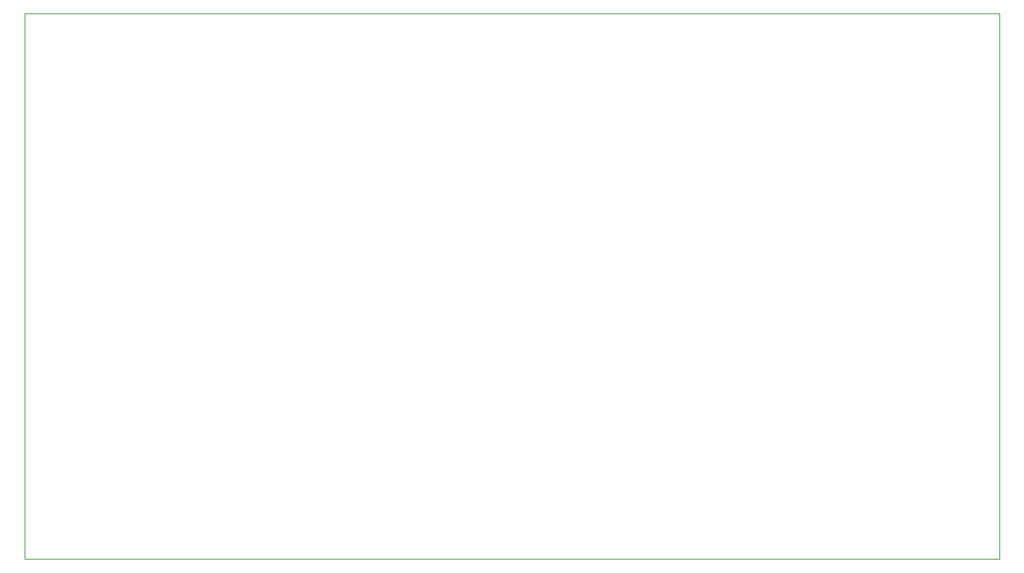
<source format=gbr>
%TF.GenerationSoftware,KiCad,Pcbnew,(5.1.6)-1*%
%TF.CreationDate,2020-08-25T07:27:34+03:00*%
%TF.ProjectId,15pinproto,31357069-6e70-4726-9f74-6f2e6b696361,rev?*%
%TF.SameCoordinates,Original*%
%TF.FileFunction,Profile,NP*%
%FSLAX46Y46*%
G04 Gerber Fmt 4.6, Leading zero omitted, Abs format (unit mm)*
G04 Created by KiCad (PCBNEW (5.1.6)-1) date 2020-08-25 07:27:34*
%MOMM*%
%LPD*%
G01*
G04 APERTURE LIST*
%TA.AperFunction,Profile*%
%ADD10C,0.050000*%
%TD*%
G04 APERTURE END LIST*
D10*
X110744000Y-152908000D02*
X110744000Y-90932000D01*
X221488000Y-152908000D02*
X110744000Y-152908000D01*
X221488000Y-90932000D02*
X221488000Y-152908000D01*
X110744000Y-90932000D02*
X221488000Y-90932000D01*
M02*

</source>
